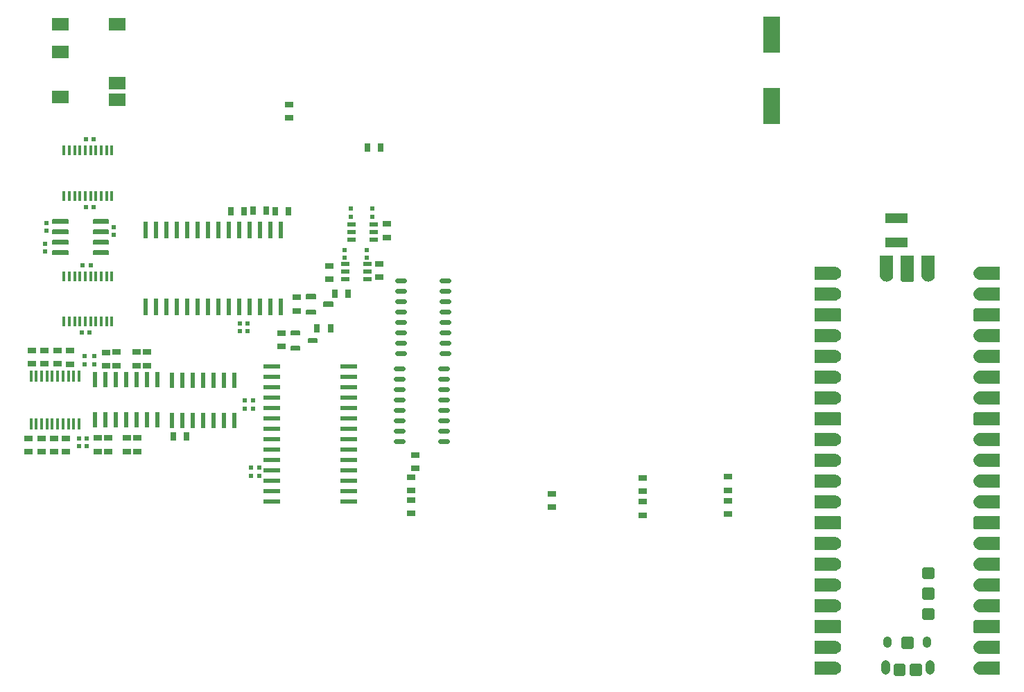
<source format=gbr>
G04 EAGLE Gerber RS-274X export*
G75*
%MOMM*%
%FSLAX34Y34*%
%LPD*%
%INSolderpaste Top*%
%IPPOS*%
%AMOC8*
5,1,8,0,0,1.08239X$1,22.5*%
G01*
G04 Define Apertures*
%ADD10R,2.000000X1.500000*%
%ADD11R,2.715300X1.164600*%
%ADD12R,0.560000X0.629100*%
%ADD13R,0.629100X0.560000*%
%ADD14R,2.115300X4.415700*%
%ADD15R,2.000000X0.600000*%
%ADD16R,0.600000X2.000000*%
%ADD17R,0.973900X0.798700*%
%ADD18R,0.798700X0.973900*%
%ADD19R,0.355600X1.409700*%
%ADD20C,0.600000*%
%ADD21C,1.100000*%
%ADD22C,1.050000*%
%ADD23R,0.558800X1.981200*%
%ADD24C,0.150000*%
%ADD25R,0.977900X0.558800*%
%ADD26R,0.304800X1.168400*%
%ADD27C,0.147500*%
G36*
X1136808Y76100D02*
X1136808Y92200D01*
X1166862Y92200D01*
X1167389Y92131D01*
X1167884Y91926D01*
X1168308Y91600D01*
X1168634Y91175D01*
X1168839Y90681D01*
X1168908Y90153D01*
X1168908Y78147D01*
X1168839Y77619D01*
X1168634Y77125D01*
X1168308Y76700D01*
X1167884Y76374D01*
X1167389Y76169D01*
X1166862Y76100D01*
X1136808Y76100D01*
G37*
G36*
X1136808Y203100D02*
X1136808Y219200D01*
X1166862Y219200D01*
X1167389Y219131D01*
X1167884Y218926D01*
X1168308Y218600D01*
X1168634Y218175D01*
X1168839Y217681D01*
X1168908Y217153D01*
X1168908Y205147D01*
X1168839Y204619D01*
X1168634Y204125D01*
X1168308Y203700D01*
X1167884Y203374D01*
X1167389Y203169D01*
X1166862Y203100D01*
X1136808Y203100D01*
G37*
G36*
X1136808Y330100D02*
X1136808Y346200D01*
X1166862Y346200D01*
X1167389Y346131D01*
X1167884Y345926D01*
X1168308Y345600D01*
X1168634Y345175D01*
X1168839Y344681D01*
X1168908Y344153D01*
X1168908Y332147D01*
X1168839Y331619D01*
X1168634Y331125D01*
X1168308Y330700D01*
X1167884Y330374D01*
X1167389Y330169D01*
X1166862Y330100D01*
X1136808Y330100D01*
G37*
G36*
X1136808Y457100D02*
X1136808Y473200D01*
X1166862Y473200D01*
X1167389Y473131D01*
X1167884Y472926D01*
X1168308Y472600D01*
X1168634Y472175D01*
X1168839Y471681D01*
X1168908Y471153D01*
X1168908Y459147D01*
X1168839Y458619D01*
X1168634Y458125D01*
X1168308Y457700D01*
X1167884Y457374D01*
X1167389Y457169D01*
X1166862Y457100D01*
X1136808Y457100D01*
G37*
G36*
X1241708Y507647D02*
X1241708Y537700D01*
X1257808Y537700D01*
X1257808Y507647D01*
X1257739Y507119D01*
X1257534Y506625D01*
X1257208Y506200D01*
X1256784Y505874D01*
X1256289Y505669D01*
X1255762Y505600D01*
X1243755Y505600D01*
X1243228Y505669D01*
X1242733Y505874D01*
X1242309Y506200D01*
X1241983Y506625D01*
X1241778Y507119D01*
X1241708Y507647D01*
G37*
G36*
X1332128Y92131D02*
X1332655Y92200D01*
X1362708Y92200D01*
X1362708Y76100D01*
X1332655Y76100D01*
X1332128Y76169D01*
X1331633Y76374D01*
X1331209Y76700D01*
X1330883Y77125D01*
X1330678Y77619D01*
X1330608Y78147D01*
X1330608Y90153D01*
X1330678Y90681D01*
X1330883Y91175D01*
X1331209Y91600D01*
X1331633Y91926D01*
X1332128Y92131D01*
G37*
G36*
X1332128Y219131D02*
X1332655Y219200D01*
X1362708Y219200D01*
X1362708Y203100D01*
X1332655Y203100D01*
X1332128Y203169D01*
X1331633Y203374D01*
X1331209Y203700D01*
X1330883Y204125D01*
X1330678Y204619D01*
X1330608Y205147D01*
X1330608Y217153D01*
X1330678Y217681D01*
X1330883Y218175D01*
X1331209Y218600D01*
X1331633Y218926D01*
X1332128Y219131D01*
G37*
G36*
X1332128Y346131D02*
X1332655Y346200D01*
X1362708Y346200D01*
X1362708Y330100D01*
X1332655Y330100D01*
X1332128Y330169D01*
X1331633Y330374D01*
X1331209Y330700D01*
X1330883Y331125D01*
X1330678Y331619D01*
X1330608Y332147D01*
X1330608Y344153D01*
X1330678Y344681D01*
X1330883Y345175D01*
X1331209Y345600D01*
X1331633Y345926D01*
X1332128Y346131D01*
G37*
G36*
X1332128Y473131D02*
X1332655Y473200D01*
X1362708Y473200D01*
X1362708Y457100D01*
X1332655Y457100D01*
X1332128Y457169D01*
X1331633Y457374D01*
X1331209Y457700D01*
X1330883Y458125D01*
X1330678Y458619D01*
X1330608Y459147D01*
X1330608Y471153D01*
X1330678Y471681D01*
X1330883Y472175D01*
X1331209Y472600D01*
X1331633Y472926D01*
X1332128Y473131D01*
G37*
G36*
X1136808Y25300D02*
X1136808Y41400D01*
X1160861Y41400D01*
X1162429Y41246D01*
X1163939Y40787D01*
X1165331Y40044D01*
X1166551Y39042D01*
X1167552Y37822D01*
X1168296Y36431D01*
X1168754Y34921D01*
X1168909Y33350D01*
X1168754Y31779D01*
X1168296Y30269D01*
X1167552Y28878D01*
X1166551Y27658D01*
X1165331Y26656D01*
X1163939Y25913D01*
X1162429Y25454D01*
X1160861Y25300D01*
X1136808Y25300D01*
G37*
G36*
X1136808Y50700D02*
X1136808Y66800D01*
X1160861Y66800D01*
X1162429Y66646D01*
X1163939Y66187D01*
X1165331Y65444D01*
X1166551Y64442D01*
X1167552Y63222D01*
X1168296Y61831D01*
X1168754Y60321D01*
X1168909Y58750D01*
X1168754Y57179D01*
X1168296Y55669D01*
X1167552Y54278D01*
X1166551Y53058D01*
X1165331Y52056D01*
X1163939Y51313D01*
X1162429Y50854D01*
X1160861Y50700D01*
X1136808Y50700D01*
G37*
G36*
X1136808Y101500D02*
X1136808Y117600D01*
X1160861Y117600D01*
X1162429Y117446D01*
X1163939Y116987D01*
X1165331Y116244D01*
X1166551Y115242D01*
X1167552Y114022D01*
X1168296Y112631D01*
X1168754Y111121D01*
X1168909Y109550D01*
X1168754Y107979D01*
X1168296Y106469D01*
X1167552Y105078D01*
X1166551Y103858D01*
X1165331Y102856D01*
X1163939Y102113D01*
X1162429Y101654D01*
X1160861Y101500D01*
X1136808Y101500D01*
G37*
G36*
X1136808Y126900D02*
X1136808Y143000D01*
X1160861Y143000D01*
X1162429Y142846D01*
X1163939Y142387D01*
X1165331Y141644D01*
X1166551Y140642D01*
X1167552Y139422D01*
X1168296Y138031D01*
X1168754Y136521D01*
X1168909Y134950D01*
X1168754Y133379D01*
X1168296Y131869D01*
X1167552Y130478D01*
X1166551Y129258D01*
X1165331Y128256D01*
X1163939Y127513D01*
X1162429Y127054D01*
X1160861Y126900D01*
X1136808Y126900D01*
G37*
G36*
X1136808Y152300D02*
X1136808Y168400D01*
X1160861Y168400D01*
X1162429Y168246D01*
X1163939Y167787D01*
X1165331Y167044D01*
X1166551Y166042D01*
X1167552Y164822D01*
X1168296Y163431D01*
X1168754Y161921D01*
X1168909Y160350D01*
X1168754Y158779D01*
X1168296Y157269D01*
X1167552Y155878D01*
X1166551Y154658D01*
X1165331Y153656D01*
X1163939Y152913D01*
X1162429Y152454D01*
X1160861Y152300D01*
X1136808Y152300D01*
G37*
G36*
X1136808Y177700D02*
X1136808Y193800D01*
X1160861Y193800D01*
X1162429Y193646D01*
X1163939Y193187D01*
X1165331Y192444D01*
X1166551Y191442D01*
X1167552Y190222D01*
X1168296Y188831D01*
X1168754Y187321D01*
X1168909Y185750D01*
X1168754Y184179D01*
X1168296Y182669D01*
X1167552Y181278D01*
X1166551Y180058D01*
X1165331Y179056D01*
X1163939Y178313D01*
X1162429Y177854D01*
X1160861Y177700D01*
X1136808Y177700D01*
G37*
G36*
X1136808Y228500D02*
X1136808Y244600D01*
X1160861Y244600D01*
X1162429Y244446D01*
X1163939Y243987D01*
X1165331Y243244D01*
X1166551Y242242D01*
X1167552Y241022D01*
X1168296Y239631D01*
X1168754Y238121D01*
X1168909Y236550D01*
X1168754Y234979D01*
X1168296Y233469D01*
X1167552Y232078D01*
X1166551Y230858D01*
X1165331Y229856D01*
X1163939Y229113D01*
X1162429Y228654D01*
X1160861Y228500D01*
X1136808Y228500D01*
G37*
G36*
X1136808Y253900D02*
X1136808Y270000D01*
X1160861Y270000D01*
X1162429Y269846D01*
X1163939Y269387D01*
X1165331Y268644D01*
X1166551Y267642D01*
X1167552Y266422D01*
X1168296Y265031D01*
X1168754Y263521D01*
X1168909Y261950D01*
X1168754Y260379D01*
X1168296Y258869D01*
X1167552Y257478D01*
X1166551Y256258D01*
X1165331Y255256D01*
X1163939Y254513D01*
X1162429Y254054D01*
X1160861Y253900D01*
X1136808Y253900D01*
G37*
G36*
X1136808Y279300D02*
X1136808Y295400D01*
X1160861Y295400D01*
X1162429Y295246D01*
X1163939Y294787D01*
X1165331Y294044D01*
X1166551Y293042D01*
X1167552Y291822D01*
X1168296Y290431D01*
X1168754Y288921D01*
X1168909Y287350D01*
X1168754Y285779D01*
X1168296Y284269D01*
X1167552Y282878D01*
X1166551Y281658D01*
X1165331Y280656D01*
X1163939Y279913D01*
X1162429Y279454D01*
X1160861Y279300D01*
X1136808Y279300D01*
G37*
G36*
X1136808Y304700D02*
X1136808Y320800D01*
X1160861Y320800D01*
X1162429Y320646D01*
X1163939Y320187D01*
X1165331Y319444D01*
X1166551Y318442D01*
X1167552Y317222D01*
X1168296Y315831D01*
X1168754Y314321D01*
X1168909Y312750D01*
X1168754Y311179D01*
X1168296Y309669D01*
X1167552Y308278D01*
X1166551Y307058D01*
X1165331Y306056D01*
X1163939Y305313D01*
X1162429Y304854D01*
X1160861Y304700D01*
X1136808Y304700D01*
G37*
G36*
X1136808Y355500D02*
X1136808Y371600D01*
X1160861Y371600D01*
X1162429Y371446D01*
X1163939Y370987D01*
X1165331Y370244D01*
X1166551Y369242D01*
X1167552Y368022D01*
X1168296Y366631D01*
X1168754Y365121D01*
X1168909Y363550D01*
X1168754Y361979D01*
X1168296Y360469D01*
X1167552Y359078D01*
X1166551Y357858D01*
X1165331Y356856D01*
X1163939Y356113D01*
X1162429Y355654D01*
X1160861Y355500D01*
X1136808Y355500D01*
G37*
G36*
X1136808Y380900D02*
X1136808Y397000D01*
X1160861Y397000D01*
X1162429Y396846D01*
X1163939Y396387D01*
X1165331Y395644D01*
X1166551Y394642D01*
X1167552Y393422D01*
X1168296Y392031D01*
X1168754Y390521D01*
X1168909Y388950D01*
X1168754Y387379D01*
X1168296Y385869D01*
X1167552Y384478D01*
X1166551Y383258D01*
X1165331Y382256D01*
X1163939Y381513D01*
X1162429Y381054D01*
X1160861Y380900D01*
X1136808Y380900D01*
G37*
G36*
X1136808Y406300D02*
X1136808Y422400D01*
X1160861Y422400D01*
X1162429Y422246D01*
X1163939Y421787D01*
X1165331Y421044D01*
X1166551Y420042D01*
X1167552Y418822D01*
X1168296Y417431D01*
X1168754Y415921D01*
X1168909Y414350D01*
X1168754Y412779D01*
X1168296Y411269D01*
X1167552Y409878D01*
X1166551Y408658D01*
X1165331Y407656D01*
X1163939Y406913D01*
X1162429Y406454D01*
X1160861Y406300D01*
X1136808Y406300D01*
G37*
G36*
X1136808Y431700D02*
X1136808Y447800D01*
X1160861Y447800D01*
X1162429Y447646D01*
X1163939Y447187D01*
X1165331Y446444D01*
X1166551Y445442D01*
X1167552Y444222D01*
X1168296Y442831D01*
X1168754Y441321D01*
X1168909Y439750D01*
X1168754Y438179D01*
X1168296Y436669D01*
X1167552Y435278D01*
X1166551Y434058D01*
X1165331Y433056D01*
X1163939Y432313D01*
X1162429Y431854D01*
X1160861Y431700D01*
X1136808Y431700D01*
G37*
G36*
X1136808Y482500D02*
X1136808Y498600D01*
X1160861Y498600D01*
X1162429Y498446D01*
X1163939Y497987D01*
X1165331Y497244D01*
X1166551Y496242D01*
X1167552Y495022D01*
X1168296Y493631D01*
X1168754Y492121D01*
X1168909Y490550D01*
X1168754Y488979D01*
X1168296Y487469D01*
X1167552Y486078D01*
X1166551Y484858D01*
X1165331Y483856D01*
X1163939Y483113D01*
X1162429Y482654D01*
X1160861Y482500D01*
X1136808Y482500D01*
G37*
G36*
X1136808Y507900D02*
X1136808Y524000D01*
X1160861Y524000D01*
X1162429Y523846D01*
X1163939Y523387D01*
X1165331Y522644D01*
X1166551Y521642D01*
X1167552Y520422D01*
X1168296Y519031D01*
X1168754Y517521D01*
X1168909Y515950D01*
X1168754Y514379D01*
X1168296Y512869D01*
X1167552Y511478D01*
X1166551Y510258D01*
X1165331Y509256D01*
X1163939Y508513D01*
X1162429Y508054D01*
X1160861Y507900D01*
X1136808Y507900D01*
G37*
G36*
X1216308Y513648D02*
X1216308Y537700D01*
X1232408Y537700D01*
X1232408Y513648D01*
X1232254Y512079D01*
X1231796Y510569D01*
X1231052Y509178D01*
X1230051Y507958D01*
X1228831Y506956D01*
X1227439Y506213D01*
X1225929Y505754D01*
X1224358Y505600D01*
X1222788Y505754D01*
X1221278Y506213D01*
X1219886Y506956D01*
X1218666Y507958D01*
X1217665Y509178D01*
X1216921Y510569D01*
X1216463Y512079D01*
X1216308Y513648D01*
G37*
G36*
X1267108Y513648D02*
X1267108Y537700D01*
X1283208Y537700D01*
X1283208Y513648D01*
X1283054Y512079D01*
X1282596Y510569D01*
X1281852Y509178D01*
X1280851Y507958D01*
X1279631Y506956D01*
X1278239Y506213D01*
X1276729Y505754D01*
X1275158Y505600D01*
X1273588Y505754D01*
X1272078Y506213D01*
X1270686Y506956D01*
X1269466Y507958D01*
X1268465Y509178D01*
X1267721Y510569D01*
X1267263Y512079D01*
X1267108Y513648D01*
G37*
G36*
X1337088Y41246D02*
X1338656Y41400D01*
X1362708Y41400D01*
X1362708Y25300D01*
X1338656Y25300D01*
X1337088Y25454D01*
X1335578Y25913D01*
X1334186Y26656D01*
X1332966Y27658D01*
X1331965Y28878D01*
X1331221Y30269D01*
X1330763Y31779D01*
X1330608Y33350D01*
X1330763Y34921D01*
X1331221Y36431D01*
X1331965Y37822D01*
X1332966Y39042D01*
X1334186Y40044D01*
X1335578Y40787D01*
X1337088Y41246D01*
G37*
G36*
X1337088Y66646D02*
X1338656Y66800D01*
X1362708Y66800D01*
X1362708Y50700D01*
X1338656Y50700D01*
X1337088Y50854D01*
X1335578Y51313D01*
X1334186Y52056D01*
X1332966Y53058D01*
X1331965Y54278D01*
X1331221Y55669D01*
X1330763Y57179D01*
X1330608Y58750D01*
X1330763Y60321D01*
X1331221Y61831D01*
X1331965Y63222D01*
X1332966Y64442D01*
X1334186Y65444D01*
X1335578Y66187D01*
X1337088Y66646D01*
G37*
G36*
X1337088Y117446D02*
X1338656Y117600D01*
X1362708Y117600D01*
X1362708Y101500D01*
X1338656Y101500D01*
X1337088Y101654D01*
X1335578Y102113D01*
X1334186Y102856D01*
X1332966Y103858D01*
X1331965Y105078D01*
X1331221Y106469D01*
X1330763Y107979D01*
X1330608Y109550D01*
X1330763Y111121D01*
X1331221Y112631D01*
X1331965Y114022D01*
X1332966Y115242D01*
X1334186Y116244D01*
X1335578Y116987D01*
X1337088Y117446D01*
G37*
G36*
X1337088Y142846D02*
X1338656Y143000D01*
X1362708Y143000D01*
X1362708Y126900D01*
X1338656Y126900D01*
X1337088Y127054D01*
X1335578Y127513D01*
X1334186Y128256D01*
X1332966Y129258D01*
X1331965Y130478D01*
X1331221Y131869D01*
X1330763Y133379D01*
X1330608Y134950D01*
X1330763Y136521D01*
X1331221Y138031D01*
X1331965Y139422D01*
X1332966Y140642D01*
X1334186Y141644D01*
X1335578Y142387D01*
X1337088Y142846D01*
G37*
G36*
X1337088Y168246D02*
X1338656Y168400D01*
X1362708Y168400D01*
X1362708Y152300D01*
X1338656Y152300D01*
X1337088Y152454D01*
X1335578Y152913D01*
X1334186Y153656D01*
X1332966Y154658D01*
X1331965Y155878D01*
X1331221Y157269D01*
X1330763Y158779D01*
X1330608Y160350D01*
X1330763Y161921D01*
X1331221Y163431D01*
X1331965Y164822D01*
X1332966Y166042D01*
X1334186Y167044D01*
X1335578Y167787D01*
X1337088Y168246D01*
G37*
G36*
X1337088Y193646D02*
X1338656Y193800D01*
X1362708Y193800D01*
X1362708Y177700D01*
X1338656Y177700D01*
X1337088Y177854D01*
X1335578Y178313D01*
X1334186Y179056D01*
X1332966Y180058D01*
X1331965Y181278D01*
X1331221Y182669D01*
X1330763Y184179D01*
X1330608Y185750D01*
X1330763Y187321D01*
X1331221Y188831D01*
X1331965Y190222D01*
X1332966Y191442D01*
X1334186Y192444D01*
X1335578Y193187D01*
X1337088Y193646D01*
G37*
G36*
X1337088Y244446D02*
X1338656Y244600D01*
X1362708Y244600D01*
X1362708Y228500D01*
X1338656Y228500D01*
X1337088Y228654D01*
X1335578Y229113D01*
X1334186Y229856D01*
X1332966Y230858D01*
X1331965Y232078D01*
X1331221Y233469D01*
X1330763Y234979D01*
X1330608Y236550D01*
X1330763Y238121D01*
X1331221Y239631D01*
X1331965Y241022D01*
X1332966Y242242D01*
X1334186Y243244D01*
X1335578Y243987D01*
X1337088Y244446D01*
G37*
G36*
X1337088Y269846D02*
X1338656Y270000D01*
X1362708Y270000D01*
X1362708Y253900D01*
X1338656Y253900D01*
X1337088Y254054D01*
X1335578Y254513D01*
X1334186Y255256D01*
X1332966Y256258D01*
X1331965Y257478D01*
X1331221Y258869D01*
X1330763Y260379D01*
X1330608Y261950D01*
X1330763Y263521D01*
X1331221Y265031D01*
X1331965Y266422D01*
X1332966Y267642D01*
X1334186Y268644D01*
X1335578Y269387D01*
X1337088Y269846D01*
G37*
G36*
X1337088Y295246D02*
X1338656Y295400D01*
X1362708Y295400D01*
X1362708Y279300D01*
X1338656Y279300D01*
X1337088Y279454D01*
X1335578Y279913D01*
X1334186Y280656D01*
X1332966Y281658D01*
X1331965Y282878D01*
X1331221Y284269D01*
X1330763Y285779D01*
X1330608Y287350D01*
X1330763Y288921D01*
X1331221Y290431D01*
X1331965Y291822D01*
X1332966Y293042D01*
X1334186Y294044D01*
X1335578Y294787D01*
X1337088Y295246D01*
G37*
G36*
X1337088Y320646D02*
X1338656Y320800D01*
X1362708Y320800D01*
X1362708Y304700D01*
X1338656Y304700D01*
X1337088Y304854D01*
X1335578Y305313D01*
X1334186Y306056D01*
X1332966Y307058D01*
X1331965Y308278D01*
X1331221Y309669D01*
X1330763Y311179D01*
X1330608Y312750D01*
X1330763Y314321D01*
X1331221Y315831D01*
X1331965Y317222D01*
X1332966Y318442D01*
X1334186Y319444D01*
X1335578Y320187D01*
X1337088Y320646D01*
G37*
G36*
X1337088Y371446D02*
X1338656Y371600D01*
X1362708Y371600D01*
X1362708Y355500D01*
X1338656Y355500D01*
X1337088Y355654D01*
X1335578Y356113D01*
X1334186Y356856D01*
X1332966Y357858D01*
X1331965Y359078D01*
X1331221Y360469D01*
X1330763Y361979D01*
X1330608Y363550D01*
X1330763Y365121D01*
X1331221Y366631D01*
X1331965Y368022D01*
X1332966Y369242D01*
X1334186Y370244D01*
X1335578Y370987D01*
X1337088Y371446D01*
G37*
G36*
X1337088Y396846D02*
X1338656Y397000D01*
X1362708Y397000D01*
X1362708Y380900D01*
X1338656Y380900D01*
X1337088Y381054D01*
X1335578Y381513D01*
X1334186Y382256D01*
X1332966Y383258D01*
X1331965Y384478D01*
X1331221Y385869D01*
X1330763Y387379D01*
X1330608Y388950D01*
X1330763Y390521D01*
X1331221Y392031D01*
X1331965Y393422D01*
X1332966Y394642D01*
X1334186Y395644D01*
X1335578Y396387D01*
X1337088Y396846D01*
G37*
G36*
X1337088Y422246D02*
X1338656Y422400D01*
X1362708Y422400D01*
X1362708Y406300D01*
X1338656Y406300D01*
X1337088Y406454D01*
X1335578Y406913D01*
X1334186Y407656D01*
X1332966Y408658D01*
X1331965Y409878D01*
X1331221Y411269D01*
X1330763Y412779D01*
X1330608Y414350D01*
X1330763Y415921D01*
X1331221Y417431D01*
X1331965Y418822D01*
X1332966Y420042D01*
X1334186Y421044D01*
X1335578Y421787D01*
X1337088Y422246D01*
G37*
G36*
X1337088Y447646D02*
X1338656Y447800D01*
X1362708Y447800D01*
X1362708Y431700D01*
X1338656Y431700D01*
X1337088Y431854D01*
X1335578Y432313D01*
X1334186Y433056D01*
X1332966Y434058D01*
X1331965Y435278D01*
X1331221Y436669D01*
X1330763Y438179D01*
X1330608Y439750D01*
X1330763Y441321D01*
X1331221Y442831D01*
X1331965Y444222D01*
X1332966Y445442D01*
X1334186Y446444D01*
X1335578Y447187D01*
X1337088Y447646D01*
G37*
G36*
X1337088Y498446D02*
X1338656Y498600D01*
X1362708Y498600D01*
X1362708Y482500D01*
X1338656Y482500D01*
X1337088Y482654D01*
X1335578Y483113D01*
X1334186Y483856D01*
X1332966Y484858D01*
X1331965Y486078D01*
X1331221Y487469D01*
X1330763Y488979D01*
X1330608Y490550D01*
X1330763Y492121D01*
X1331221Y493631D01*
X1331965Y495022D01*
X1332966Y496242D01*
X1334186Y497244D01*
X1335578Y497987D01*
X1337088Y498446D01*
G37*
G36*
X1337088Y523846D02*
X1338656Y524000D01*
X1362708Y524000D01*
X1362708Y507900D01*
X1338656Y507900D01*
X1337088Y508054D01*
X1335578Y508513D01*
X1334186Y509256D01*
X1332966Y510258D01*
X1331965Y511478D01*
X1331221Y512869D01*
X1330763Y514379D01*
X1330608Y515950D01*
X1330763Y517521D01*
X1331221Y519031D01*
X1331965Y520422D01*
X1332966Y521642D01*
X1334186Y522644D01*
X1335578Y523387D01*
X1337088Y523846D01*
G37*
D10*
X285060Y820310D03*
X215060Y820310D03*
X215060Y786310D03*
X215060Y731310D03*
X285060Y748310D03*
X285060Y728310D03*
D11*
X1236750Y582974D03*
X1236750Y553466D03*
D12*
X458006Y268500D03*
X448314Y268500D03*
D13*
X443760Y454656D03*
X443760Y444964D03*
X434870Y454656D03*
X434870Y444964D03*
D14*
X1084050Y807510D03*
X1084050Y720456D03*
D13*
X256770Y404834D03*
X256770Y414526D03*
X450810Y350714D03*
X450810Y360406D03*
X238530Y313986D03*
X238530Y304294D03*
X245340Y404834D03*
X245340Y414526D03*
X440650Y350714D03*
X440650Y360406D03*
X247420Y313986D03*
X247420Y304294D03*
D12*
X458006Y278660D03*
X448314Y278660D03*
D15*
X473884Y402060D03*
X473884Y389360D03*
X473884Y376660D03*
X473884Y363960D03*
X473884Y351260D03*
X473884Y338560D03*
X473884Y325860D03*
X473884Y313160D03*
X473884Y300460D03*
X473884Y287760D03*
X473884Y275060D03*
X473884Y262360D03*
X473884Y249660D03*
X473884Y236960D03*
X567884Y236960D03*
X567884Y249660D03*
X567884Y262360D03*
X567884Y275060D03*
X567884Y287760D03*
X567884Y300460D03*
X567884Y313160D03*
X567884Y325860D03*
X567884Y338560D03*
X567884Y351260D03*
X567884Y363960D03*
X567884Y376660D03*
X567884Y389360D03*
X567884Y402060D03*
D16*
X319510Y474740D03*
X332210Y474740D03*
X344910Y474740D03*
X357610Y474740D03*
X370310Y474740D03*
X383010Y474740D03*
X395710Y474740D03*
X408410Y474740D03*
X421110Y474740D03*
X433810Y474740D03*
X446510Y474740D03*
X459210Y474740D03*
X471910Y474740D03*
X484610Y474740D03*
X484610Y568740D03*
X471910Y568740D03*
X459210Y568740D03*
X446510Y568740D03*
X433810Y568740D03*
X421110Y568740D03*
X408410Y568740D03*
X395710Y568740D03*
X383010Y568740D03*
X370310Y568740D03*
X357610Y568740D03*
X344910Y568740D03*
X332210Y568740D03*
X319510Y568740D03*
D17*
X1030280Y267082D03*
X1030280Y250778D03*
X176300Y297768D03*
X176300Y314072D03*
X180361Y421433D03*
X180361Y405129D03*
X195664Y421642D03*
X195664Y405338D03*
X212320Y421642D03*
X212320Y405338D03*
X227560Y421114D03*
X227560Y404810D03*
X643994Y266448D03*
X643994Y250144D03*
X926140Y265812D03*
X926140Y249508D03*
X644120Y238347D03*
X644120Y222043D03*
X649200Y293372D03*
X649200Y277068D03*
D18*
X450848Y592050D03*
X467152Y592050D03*
X477357Y592007D03*
X493661Y592007D03*
X423763Y592007D03*
X440067Y592007D03*
D17*
X494560Y722122D03*
X494560Y705818D03*
X1030280Y221568D03*
X1030280Y237872D03*
X926140Y220298D03*
X926140Y236602D03*
X815570Y246382D03*
X815570Y230078D03*
X221720Y297688D03*
X221720Y313992D03*
X207750Y297688D03*
X207750Y313992D03*
X192510Y297688D03*
X192510Y313992D03*
D19*
X238059Y390437D03*
X231560Y390437D03*
X225060Y390437D03*
X218560Y390437D03*
X212060Y390437D03*
X205560Y390437D03*
X199060Y390437D03*
X192560Y390437D03*
X186060Y390437D03*
X179561Y390437D03*
X179561Y331383D03*
X186060Y331383D03*
X192560Y331383D03*
X199060Y331383D03*
X205560Y331383D03*
X212060Y331383D03*
X218560Y331383D03*
X225060Y331383D03*
X231560Y331383D03*
X238059Y331383D03*
D20*
X1255258Y36150D02*
X1264258Y36150D01*
X1264258Y27150D01*
X1255258Y27150D01*
X1255258Y36150D01*
X1255258Y32850D02*
X1264258Y32850D01*
X1244258Y36150D02*
X1235258Y36150D01*
X1244258Y36150D02*
X1244258Y27150D01*
X1235258Y27150D01*
X1235258Y36150D01*
X1235258Y32850D02*
X1244258Y32850D01*
X1245258Y69150D02*
X1254258Y69150D01*
X1254258Y60150D01*
X1245258Y60150D01*
X1245258Y69150D01*
X1245258Y65850D02*
X1254258Y65850D01*
X1270258Y104150D02*
X1279258Y104150D01*
X1279258Y95150D01*
X1270258Y95150D01*
X1270258Y104150D01*
X1270258Y100850D02*
X1279258Y100850D01*
X1279258Y129150D02*
X1270258Y129150D01*
X1279258Y129150D02*
X1279258Y120150D01*
X1270258Y120150D01*
X1270258Y129150D01*
X1270258Y125850D02*
X1279258Y125850D01*
X1279258Y154150D02*
X1270258Y154150D01*
X1279258Y154150D02*
X1279258Y145150D01*
X1270258Y145150D01*
X1270258Y154150D01*
X1270258Y150850D02*
X1279258Y150850D01*
D21*
X1277008Y38150D02*
X1277008Y31150D01*
X1222508Y31150D02*
X1222508Y38150D01*
D22*
X1274008Y62950D02*
X1274008Y66950D01*
X1225508Y66950D02*
X1225508Y62950D01*
D23*
X257898Y336447D03*
X270598Y336447D03*
X283298Y336447D03*
X295998Y336447D03*
X308698Y336447D03*
X321398Y336447D03*
X334098Y336447D03*
X334098Y385723D03*
X321398Y385723D03*
X308698Y385723D03*
X295998Y385723D03*
X283298Y385723D03*
X270598Y385723D03*
X257898Y385723D03*
X428030Y385278D03*
X415330Y385278D03*
X402630Y385278D03*
X389930Y385278D03*
X377230Y385278D03*
X364530Y385278D03*
X351830Y385278D03*
X351830Y336002D03*
X364530Y336002D03*
X377230Y336002D03*
X389930Y336002D03*
X402630Y336002D03*
X415330Y336002D03*
X428030Y336002D03*
D20*
X626400Y507070D02*
X634900Y507070D01*
X634900Y494370D02*
X626400Y494370D01*
X626400Y481670D02*
X634900Y481670D01*
X634900Y468970D02*
X626400Y468970D01*
X626400Y456270D02*
X634900Y456270D01*
X634900Y443570D02*
X626400Y443570D01*
X626400Y430870D02*
X634900Y430870D01*
X634900Y418170D02*
X626400Y418170D01*
X680900Y418170D02*
X689400Y418170D01*
X689400Y430870D02*
X680900Y430870D01*
X680900Y443570D02*
X689400Y443570D01*
X689400Y456270D02*
X680900Y456270D01*
X680900Y468970D02*
X689400Y468970D01*
X689400Y481670D02*
X680900Y481670D01*
X680900Y494370D02*
X689400Y494370D01*
X689400Y507070D02*
X680900Y507070D01*
X633360Y399310D02*
X624860Y399310D01*
X624860Y386610D02*
X633360Y386610D01*
X633360Y373910D02*
X624860Y373910D01*
X624860Y361210D02*
X633360Y361210D01*
X633360Y348510D02*
X624860Y348510D01*
X624860Y335810D02*
X633360Y335810D01*
X633360Y323110D02*
X624860Y323110D01*
X624860Y310410D02*
X633360Y310410D01*
X679360Y310410D02*
X687860Y310410D01*
X687860Y323110D02*
X679360Y323110D01*
X679360Y335810D02*
X687860Y335810D01*
X687860Y348510D02*
X679360Y348510D01*
X679360Y361210D02*
X687860Y361210D01*
X687860Y373910D02*
X679360Y373910D01*
X679360Y386610D02*
X687860Y386610D01*
X687860Y399310D02*
X679360Y399310D01*
D18*
X369362Y316460D03*
X353058Y316460D03*
D17*
X614150Y576120D03*
X614150Y559816D03*
D18*
X590548Y669132D03*
X606852Y669132D03*
D24*
X507650Y440850D02*
X496850Y440850D01*
X496850Y445350D01*
X507650Y445350D01*
X507650Y440850D01*
X507650Y442275D02*
X496850Y442275D01*
X496850Y443700D02*
X507650Y443700D01*
X507650Y445125D02*
X496850Y445125D01*
X518050Y431350D02*
X528850Y431350D01*
X518050Y431350D02*
X518050Y435850D01*
X528850Y435850D01*
X528850Y431350D01*
X528850Y432775D02*
X518050Y432775D01*
X518050Y434200D02*
X528850Y434200D01*
X528850Y435625D02*
X518050Y435625D01*
X507650Y421850D02*
X496850Y421850D01*
X496850Y426350D01*
X507650Y426350D01*
X507650Y421850D01*
X507650Y423275D02*
X496850Y423275D01*
X496850Y424700D02*
X507650Y424700D01*
X507650Y426125D02*
X496850Y426125D01*
D17*
X485670Y426418D03*
X485670Y442722D03*
D18*
X566722Y490750D03*
X550418Y490750D03*
X528828Y448870D03*
X545132Y448870D03*
D17*
X503960Y486202D03*
X503960Y469898D03*
D24*
X515900Y485300D02*
X526700Y485300D01*
X515900Y485300D02*
X515900Y489800D01*
X526700Y489800D01*
X526700Y485300D01*
X526700Y486725D02*
X515900Y486725D01*
X515900Y488150D02*
X526700Y488150D01*
X526700Y489575D02*
X515900Y489575D01*
X537100Y475800D02*
X547900Y475800D01*
X537100Y475800D02*
X537100Y480300D01*
X547900Y480300D01*
X547900Y475800D01*
X547900Y477225D02*
X537100Y477225D01*
X537100Y478650D02*
X547900Y478650D01*
X547900Y480075D02*
X537100Y480075D01*
X526700Y466300D02*
X515900Y466300D01*
X515900Y470800D01*
X526700Y470800D01*
X526700Y466300D01*
X526700Y467725D02*
X515900Y467725D01*
X515900Y469150D02*
X526700Y469150D01*
X526700Y470575D02*
X515900Y470575D01*
D17*
X271250Y402937D03*
X271250Y419241D03*
X283950Y403098D03*
X283950Y419402D03*
X308080Y403098D03*
X308080Y419402D03*
X321201Y403098D03*
X321201Y419402D03*
X309140Y314452D03*
X309140Y298148D03*
X296440Y314452D03*
X296440Y298148D03*
X273580Y314452D03*
X273580Y298148D03*
X260880Y314452D03*
X260880Y298148D03*
D13*
X570000Y584964D03*
X570000Y594656D03*
X596670Y584964D03*
X596670Y594656D03*
D25*
X570548Y575920D03*
X570548Y566420D03*
X570548Y556920D03*
X597852Y556920D03*
X597852Y566420D03*
X597852Y575920D03*
D17*
X604520Y527582D03*
X604520Y511278D03*
X544127Y508503D03*
X544127Y524807D03*
D13*
X562610Y534904D03*
X562610Y544596D03*
X589280Y534904D03*
X589280Y544596D03*
D25*
X562928Y527660D03*
X562928Y518160D03*
X562928Y508660D03*
X590232Y508660D03*
X590232Y518160D03*
X590232Y527660D03*
D26*
X278170Y512064D03*
X271670Y512064D03*
X265170Y512064D03*
X258670Y512064D03*
X252170Y512064D03*
X245670Y512064D03*
X239170Y512064D03*
X232670Y512064D03*
X226170Y512064D03*
X219670Y512064D03*
X219670Y456692D03*
X226170Y456692D03*
X232670Y456692D03*
X239170Y456692D03*
X245670Y456692D03*
X252170Y456692D03*
X258670Y456692D03*
X265170Y456692D03*
X271670Y456692D03*
X278170Y456692D03*
X219820Y610362D03*
X226320Y610362D03*
X232820Y610362D03*
X239320Y610362D03*
X245820Y610362D03*
X252320Y610362D03*
X258820Y610362D03*
X265320Y610362D03*
X271820Y610362D03*
X278320Y610362D03*
X278320Y665734D03*
X271820Y665734D03*
X265320Y665734D03*
X258820Y665734D03*
X252320Y665734D03*
X245820Y665734D03*
X239320Y665734D03*
X232820Y665734D03*
X226320Y665734D03*
X219820Y665734D03*
D27*
X255667Y543233D02*
X273893Y543233D01*
X273893Y538807D01*
X255667Y538807D01*
X255667Y543233D01*
X255667Y540208D02*
X273893Y540208D01*
X273893Y541609D02*
X255667Y541609D01*
X255667Y543010D02*
X273893Y543010D01*
X273893Y555933D02*
X255667Y555933D01*
X273893Y555933D02*
X273893Y551507D01*
X255667Y551507D01*
X255667Y555933D01*
X255667Y552908D02*
X273893Y552908D01*
X273893Y554309D02*
X255667Y554309D01*
X255667Y555710D02*
X273893Y555710D01*
X273893Y568633D02*
X255667Y568633D01*
X273893Y568633D02*
X273893Y564207D01*
X255667Y564207D01*
X255667Y568633D01*
X255667Y565608D02*
X273893Y565608D01*
X273893Y567009D02*
X255667Y567009D01*
X255667Y568410D02*
X273893Y568410D01*
X273893Y581333D02*
X255667Y581333D01*
X273893Y581333D02*
X273893Y576907D01*
X255667Y576907D01*
X255667Y581333D01*
X255667Y578308D02*
X273893Y578308D01*
X273893Y579709D02*
X255667Y579709D01*
X255667Y581110D02*
X273893Y581110D01*
X224393Y581333D02*
X206167Y581333D01*
X224393Y581333D02*
X224393Y576907D01*
X206167Y576907D01*
X206167Y581333D01*
X206167Y578308D02*
X224393Y578308D01*
X224393Y579709D02*
X206167Y579709D01*
X206167Y581110D02*
X224393Y581110D01*
X224393Y568633D02*
X206167Y568633D01*
X224393Y568633D02*
X224393Y564207D01*
X206167Y564207D01*
X206167Y568633D01*
X206167Y565608D02*
X224393Y565608D01*
X224393Y567009D02*
X206167Y567009D01*
X206167Y568410D02*
X224393Y568410D01*
X224393Y555933D02*
X206167Y555933D01*
X224393Y555933D02*
X224393Y551507D01*
X206167Y551507D01*
X206167Y555933D01*
X206167Y552908D02*
X224393Y552908D01*
X224393Y554309D02*
X206167Y554309D01*
X206167Y555710D02*
X224393Y555710D01*
X224393Y543233D02*
X206167Y543233D01*
X224393Y543233D02*
X224393Y538807D01*
X206167Y538807D01*
X206167Y543233D01*
X206167Y540208D02*
X224393Y540208D01*
X224393Y541609D02*
X206167Y541609D01*
X206167Y543010D02*
X224393Y543010D01*
D13*
X196850Y542524D03*
X196850Y552216D03*
X280670Y562844D03*
X280670Y572536D03*
X198120Y567924D03*
X198120Y577616D03*
D12*
X246614Y679450D03*
X256306Y679450D03*
X246614Y596900D03*
X256306Y596900D03*
X252496Y525780D03*
X242804Y525780D03*
X251226Y443230D03*
X241534Y443230D03*
M02*

</source>
